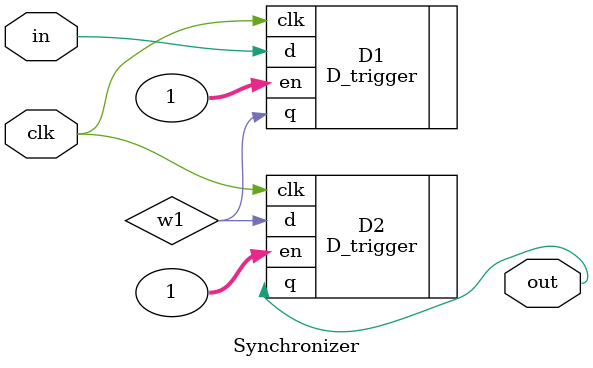
<source format=v>
`timescale 1ns / 1ps

module Synchronizer(
    input clk,
    input in,
    output out);
    
wire w1;
    
D_trigger D1(.clk(clk), .d(in), .en(1), .q(w1));
D_trigger D2(.clk(clk), .d(w1), .en(1), .q(out));

endmodule

</source>
